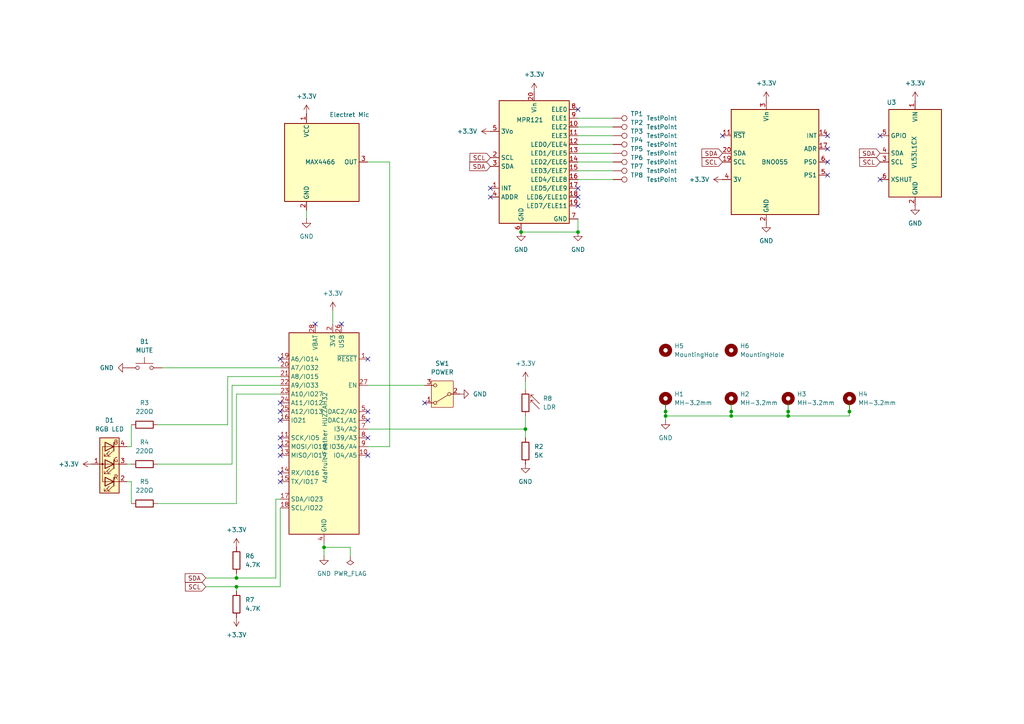
<source format=kicad_sch>
(kicad_sch (version 20231120) (generator "eeschema") (generator_version "8.0")
  (paper "A4")
  (title_block (date "2025-02-05"))
  (lib_symbols
    (symbol "Connector:TestPoint" (pin_numbers hide) (pin_names (offset 0.762) hide)
      (property "Reference" "TP" (at 0 6.858 0))
      (property "Value" "TestPoint" (at 0 5.08 0))
      (symbol "TestPoint_0_1"
        (circle (center 0 3.302) (radius 0.762))
      )
      (symbol "TestPoint_1_1"
        (pin passive line (at 0 0 90) (length 2.54) (name "1") (number "1"))
      )
    )
    (symbol "Device:LED_ARGB" (pin_names (offset 0) hide)
      (property "Reference" "D" (at 0 9.398 0))
      (property "Value" "LED_ARGB" (at 0 -8.89 0))
      (symbol "LED_ARGB_0_0"
        (text "B" (at -1.905 -6.35 0) (effects (font (size 1.27 1.27))))
        (text "G" (at -1.905 -1.27 0) (effects (font (size 1.27 1.27))))
        (text "R" (at -1.905 3.81 0) (effects (font (size 1.27 1.27))))
      )
      (symbol "LED_ARGB_0_1"
        (polyline (pts (xy -1.27 -5.08) (xy -2.54 -5.08)))
        (polyline (pts (xy -1.27 -5.08) (xy 1.27 -5.08)))
        (polyline (pts (xy -1.27 -3.81) (xy -1.27 -6.35)) (stroke (width 0.254)))
        (polyline (pts (xy -1.27 0) (xy -2.54 0)))
        (polyline (pts (xy -1.27 1.27) (xy -1.27 -1.27)) (stroke (width 0.254)))
        (polyline (pts (xy -1.27 5.08) (xy -2.54 5.08)))
        (polyline (pts (xy -1.27 5.08) (xy 1.27 5.08)))
        (polyline (pts (xy -1.27 6.35) (xy -1.27 3.81)) (stroke (width 0.254)))
        (polyline (pts (xy 1.27 0) (xy -1.27 0)))
        (polyline (pts (xy 1.27 0) (xy 2.54 0)))
        (polyline (pts (xy -1.27 1.27) (xy -1.27 -1.27) (xy -1.27 -1.27)))
        (polyline (pts (xy -1.27 6.35) (xy -1.27 3.81) (xy -1.27 3.81)))
        (polyline (pts (xy 1.27 -5.08) (xy 2.032 -5.08) (xy 2.032 5.08) (xy 1.27 5.08)))
        (polyline (pts (xy 1.27 -3.81) (xy 1.27 -6.35) (xy -1.27 -5.08) (xy 1.27 -3.81)) (stroke (width 0.254)))
        (polyline (pts (xy 1.27 1.27) (xy 1.27 -1.27) (xy -1.27 0) (xy 1.27 1.27)) (stroke (width 0.254)))
        (polyline (pts (xy 1.27 6.35) (xy 1.27 3.81) (xy -1.27 5.08) (xy 1.27 6.35)) (stroke (width 0.254)))
        (polyline (pts (xy -1.016 -3.81) (xy 0.508 -2.286) (xy -0.254 -2.286) (xy 0.508 -2.286) (xy 0.508 -3.048)))
        (polyline (pts (xy -1.016 1.27) (xy 0.508 2.794) (xy -0.254 2.794) (xy 0.508 2.794) (xy 0.508 2.032)))
        (polyline (pts (xy -1.016 6.35) (xy 0.508 7.874) (xy -0.254 7.874) (xy 0.508 7.874) (xy 0.508 7.112)))
        (polyline (pts (xy 0 -3.81) (xy 1.524 -2.286) (xy 0.762 -2.286) (xy 1.524 -2.286) (xy 1.524 -3.048)))
        (polyline (pts (xy 0 1.27) (xy 1.524 2.794) (xy 0.762 2.794) (xy 1.524 2.794) (xy 1.524 2.032)))
        (polyline (pts (xy 0 6.35) (xy 1.524 7.874) (xy 0.762 7.874) (xy 1.524 7.874) (xy 1.524 7.112)))
        (rectangle (start 1.27 -1.27) (end 1.27 1.27))
        (rectangle (start 1.27 1.27) (end 1.27 1.27))
        (rectangle (start 1.27 3.81) (end 1.27 6.35))
        (rectangle (start 1.27 6.35) (end 1.27 6.35))
        (circle (center 2.032 0) (radius 0.254) (fill (type outline)))
        (rectangle (start 2.794 8.382) (end -2.794 -7.62) (stroke (width 0.254)) (fill (type background)))
      )
      (symbol "LED_ARGB_1_1"
        (pin passive line (at 5.08 0 180) (length 2.54) (name "A") (number "1"))
        (pin passive line (at -5.08 5.08 0) (length 2.54) (name "RK") (number "2"))
        (pin passive line (at -5.08 0 0) (length 2.54) (name "GK") (number "3"))
        (pin passive line (at -5.08 -5.08 0) (length 2.54) (name "BK") (number "4"))
      )
    )
    (symbol "Device:R" (pin_numbers hide) (pin_names (offset 0))
      (property "Reference" "R" (at 2.032 0 90))
      (property "Value" "R" (at 0 0 90))
      (symbol "R_0_1"
        (rectangle (start -1.016 -2.54) (end 1.016 2.54) (stroke (width 0.254)))
      )
      (symbol "R_1_1"
        (pin passive line (at 0 3.81 270) (length 1.27) (name "~") (number "1"))
        (pin passive line (at 0 -3.81 90) (length 1.27) (name "~") (number "2"))
      )
    )
    (symbol "MCU_Module:Adafruit_Feather_HUZZAH32_ESP32"
      (property "Reference" "A" (at -10.16 29.21 0))
      (property "Value" "Adafruit_Feather_HUZZAH32_ESP32" (at 2.54 -31.75 0))
      (symbol "Adafruit_Feather_HUZZAH32_ESP32_0_1"
        (rectangle (start -10.16 27.94) (end 10.16 -30.48) (stroke (width 0.254)) (fill (type background)))
      )
      (symbol "Adafruit_Feather_HUZZAH32_ESP32_1_1"
        (pin input line (at 12.7 20.32 180) (length 2.54) (name "~{RESET}") (number "1"))
        (pin bidirectional line (at 12.7 -7.62 180) (length 2.54) (name "IO4/A5") (number "10"))
        (pin bidirectional line (at -12.7 -2.54 0) (length 2.54) (name "SCK/IO5") (number "11"))
        (pin bidirectional line (at -12.7 -5.08 0) (length 2.54) (name "MOSI/IO18") (number "12"))
        (pin bidirectional line (at -12.7 -7.62 0) (length 2.54) (name "MISO/IO19") (number "13"))
        (pin bidirectional line (at -12.7 -12.7 0) (length 2.54) (name "RX/IO16") (number "14"))
        (pin bidirectional line (at -12.7 -15.24 0) (length 2.54) (name "TX/IO17") (number "15"))
        (pin bidirectional line (at -12.7 2.54 0) (length 2.54) (name "IO21") (number "16"))
        (pin bidirectional line (at -12.7 -20.32 0) (length 2.54) (name "SDA/IO23") (number "17"))
        (pin bidirectional line (at -12.7 -22.86 0) (length 2.54) (name "SCL/IO22") (number "18"))
        (pin bidirectional line (at -12.7 20.32 0) (length 2.54) (name "A6/IO14") (number "19"))
        (pin power_in line (at 2.54 30.48 270) (length 2.54) (name "3V3") (number "2"))
        (pin bidirectional line (at -12.7 17.78 0) (length 2.54) (name "A7/IO32") (number "20"))
        (pin bidirectional line (at -12.7 15.24 0) (length 2.54) (name "A8/IO15") (number "21"))
        (pin bidirectional line (at -12.7 12.7 0) (length 2.54) (name "A9/IO33") (number "22"))
        (pin bidirectional line (at -12.7 10.16 0) (length 2.54) (name "A10/IO27") (number "23"))
        (pin bidirectional line (at -12.7 7.62 0) (length 2.54) (name "A11/IO12") (number "24"))
        (pin bidirectional line (at -12.7 5.08 0) (length 2.54) (name "A12/IO13") (number "25"))
        (pin power_in line (at 5.08 30.48 270) (length 2.54) (name "USB") (number "26"))
        (pin input line (at 12.7 12.7 180) (length 2.54) (name "EN") (number "27"))
        (pin power_in line (at -2.54 30.48 270) (length 2.54) (name "VBAT") (number "28"))
        (pin no_connect line (at 10.16 10.16 180) (length 2.54) hide (name "NC") (number "3"))
        (pin power_in line (at 0 -33.02 90) (length 2.54) (name "GND") (number "4"))
        (pin bidirectional line (at 12.7 5.08 180) (length 2.54) (name "DAC2/A0") (number "5"))
        (pin bidirectional line (at 12.7 2.54 180) (length 2.54) (name "DAC1/A1") (number "6"))
        (pin bidirectional line (at 12.7 0 180) (length 2.54) (name "I34/A2") (number "7"))
        (pin bidirectional line (at 12.7 -2.54 180) (length 2.54) (name "I39/A3") (number "8"))
        (pin bidirectional line (at 12.7 -5.08 180) (length 2.54) (name "IO36/A4") (number "9"))
      )
    )
    (symbol "Mechanical:MountingHole" (pin_names (offset 1.016)) (exclude_from_sim yes) (in_bom no)
      (property "Reference" "H" (at 0 5.08 0))
      (property "Value" "MountingHole" (at 0 3.175 0))
      (symbol "MountingHole_0_1"
        (circle (center 0 0) (radius 1.27) (stroke (width 1.27)))
      )
    )
    (symbol "Mechanical:MountingHole_Pad" (pin_numbers hide) (pin_names (offset 1.016) hide) (exclude_from_sim yes) (in_bom no)
      (property "Reference" "H" (at 0 6.35 0))
      (property "Value" "MountingHole_Pad" (at 0 4.445 0))
      (symbol "MountingHole_Pad_0_1"
        (circle (center 0 1.27) (radius 1.27) (stroke (width 1.27)))
      )
      (symbol "MountingHole_Pad_1_1"
        (pin input line (at 0 -2.54 90) (length 2.54) (name "1") (number "1"))
      )
    )
    (symbol "Sensor_Optical:VT93xx" (pin_numbers hide) (pin_names (offset 0))
      (property "Reference" "R" (at -5.08 0 90))
      (property "Value" "VT93xx" (at 1.905 0 90))
      (symbol "VT93xx_0_1"
        (rectangle (start -1.016 2.54) (end 1.016 -2.54) (stroke (width 0.254)))
        (polyline (pts (xy -1.524 -2.286) (xy -4.064 0.254)))
        (polyline (pts (xy -1.524 -2.286) (xy -2.286 -2.286)))
        (polyline (pts (xy -1.524 -2.286) (xy -1.524 -1.524)))
        (polyline (pts (xy -1.524 -0.762) (xy -4.064 1.778)))
        (polyline (pts (xy -1.524 -0.762) (xy -2.286 -0.762)))
        (polyline (pts (xy -1.524 -0.762) (xy -1.524 0)))
      )
      (symbol "VT93xx_1_1"
        (pin passive line (at 0 3.81 270) (length 1.27) (name "~") (number "1"))
        (pin passive line (at 0 -3.81 90) (length 1.27) (name "~") (number "2"))
      )
    )
    (symbol "Switch:SW_Push" (pin_numbers hide) (pin_names (offset 1.016) hide)
      (property "Reference" "SW" (at 1.27 2.54 0))
      (property "Value" "SW_Push" (at 0 -1.524 0))
      (symbol "SW_Push_0_1"
        (circle (center -2.032 0) (radius 0.508))
        (polyline (pts (xy 0 1.27) (xy 0 3.048)))
        (polyline (pts (xy 2.54 1.27) (xy -2.54 1.27)))
        (circle (center 2.032 0) (radius 0.508))
        (pin passive line (at -5.08 0 0) (length 2.54) (name "1") (number "1"))
        (pin passive line (at 5.08 0 180) (length 2.54) (name "2") (number "2"))
      )
    )
    (symbol "Switch:SW_SPDT" (pin_names (offset 0) hide)
      (property "Reference" "SW" (at 0 5.08 0))
      (property "Value" "SW_SPDT" (at 0 -5.08 0))
      (symbol "SW_SPDT_0_1"
        (circle (center -2.032 0) (radius 0.4572))
        (polyline (pts (xy -1.651 0.254) (xy 1.651 2.286)))
        (circle (center 2.032 -2.54) (radius 0.4572))
        (circle (center 2.032 2.54) (radius 0.4572))
      )
      (symbol "SW_SPDT_1_1"
        (rectangle (start -3.175 3.81) (end 3.175 -3.81) (fill (type background)))
        (pin passive line (at 5.08 2.54 180) (length 2.54) (name "A") (number "1"))
        (pin passive line (at -5.08 0 0) (length 2.54) (name "B") (number "2"))
        (pin passive line (at 5.08 -2.54 180) (length 2.54) (name "C") (number "3"))
      )
    )
    (symbol "board_symbols:BNO055"
      (property "Reference" "U" (at -11.43 16.51 0))
      (property "Value" "BNO055" (at 3.81 0 0))
      (symbol "BNO055_0_1"
        (rectangle (start -12.7 15.24) (end 12.7 -15.24) (stroke (width 0.254)) (fill (type background)))
      )
      (symbol "BNO055_1_1"
        (pin input line (at -15.24 7.62 0) (length 2.54) (name "~{RST}") (number "11"))
        (pin output line (at 15.24 7.62 180) (length 2.54) (name "INT") (number "14"))
        (pin output line (at 15.24 3.81 180) (length 2.54) (name "ADR") (number "17"))
        (pin output line (at -15.24 0 0) (length 2.54) (name "SCL") (number "19"))
        (pin power_in line (at -2.54 -17.78 90) (length 2.54) (name "GND") (number "2"))
        (pin output line (at -15.24 2.54 0) (length 2.54) (name "SDA") (number "20"))
        (pin power_in line (at -2.54 17.78 270) (length 2.54) (name "Vin") (number "3"))
        (pin output line (at -15.24 -5.08 0) (length 2.54) (name "3V") (number "4"))
        (pin output line (at 15.24 -3.81 180) (length 2.54) (name "PS1") (number "5"))
        (pin output line (at 15.24 0 180) (length 2.54) (name "PS0") (number "6"))
      )
    )
    (symbol "board_symbols:MAX4466"
      (property "Reference" "MAX4466" (at 2.032 0 0))
      (property "Value" "Electret Mic" (at 11.938 13.716 0))
      (symbol "MAX4466_0_1"
        (rectangle (start -12.7 11.176) (end 8.89 -11.43) (stroke (width 0.254)) (fill (type background)))
      )
      (symbol "MAX4466_1_1"
        (pin power_in line (at -6.35 13.97 270) (length 2.54) (name "VCC") (number "1"))
        (pin power_in line (at -6.35 -13.97 90) (length 2.54) (name "GND") (number "2"))
        (pin bidirectional line (at 11.43 0 180) (length 2.54) (name "OUT") (number "3"))
      )
    )
    (symbol "board_symbols:MPR121"
      (property "Reference" "U" (at -10.16 19.05 0))
      (property "Value" "MPR121" (at -1.27 12.192 0))
      (symbol "MPR121_0_1"
        (rectangle (start -10.16 17.78) (end 10.16 -17.78) (stroke (width 0.254)) (fill (type background)))
      )
      (symbol "MPR121_1_1"
        (pin open_collector line (at -12.7 -7.62 0) (length 2.54) (name "INT") (number "1"))
        (pin passive line (at 12.7 10.16 180) (length 2.54) (name "ELE2") (number "10"))
        (pin passive line (at 12.7 7.62 180) (length 2.54) (name "ELE3") (number "11"))
        (pin passive line (at 12.7 5.08 180) (length 2.54) (name "LED0/ELE4") (number "12"))
        (pin passive line (at 12.7 2.54 180) (length 2.54) (name "LED1/ELE5") (number "13"))
        (pin passive line (at 12.7 0 180) (length 2.54) (name "LED2/ELE6") (number "14"))
        (pin passive line (at 12.7 -2.54 180) (length 2.54) (name "LED3/ELE7") (number "15"))
        (pin passive line (at 12.7 -5.08 180) (length 2.54) (name "LED4/ELE8") (number "16"))
        (pin passive line (at 12.7 -7.62 180) (length 2.54) (name "LED5/ELE9") (number "17"))
        (pin passive line (at 12.7 -10.16 180) (length 2.54) (name "LED6/ELE10") (number "18"))
        (pin passive line (at 12.7 -12.7 180) (length 2.54) (name "LED7/ELE11") (number "19"))
        (pin input line (at -12.7 1.27 0) (length 2.54) (name "SCL") (number "2"))
        (pin power_in line (at 0 20.32 270) (length 2.54) (name "Vin") (number "20"))
        (pin bidirectional line (at -12.7 -1.27 0) (length 2.54) (name "SDA") (number "3"))
        (pin input line (at -12.7 -10.16 0) (length 2.54) (name "ADDR") (number "4"))
        (pin passive line (at -12.7 8.89 0) (length 2.54) (name "3Vo") (number "5"))
        (pin power_in line (at -3.81 -20.32 90) (length 2.54) (name "GND") (number "6"))
        (pin power_in line (at 12.7 -16.51 180) (length 2.54) (name "GND") (number "7"))
        (pin passive line (at 12.7 15.24 180) (length 2.54) (name "ELE0") (number "8"))
        (pin passive line (at 12.7 12.7 180) (length 2.54) (name "ELE1") (number "9"))
      )
    )
    (symbol "board_symbols:VL53L1CX"
      (property "Reference" "U" (at -6.858 14.732 0))
      (property "Value" "VL53L1CX" (at -0.254 0.254 90))
      (symbol "VL53L1CX_0_1"
        (rectangle (start -7.62 12.7) (end 7.62 -12.7) (stroke (width 0.254)) (fill (type background)))
      )
      (symbol "VL53L1CX_1_1"
        (pin power_in line (at 0 15.24 270) (length 2.54) (name "VIN") (number "1"))
        (pin power_in line (at 0 -15.24 90) (length 2.54) (name "GND") (number "2"))
        (pin input line (at -10.16 -2.54 0) (length 2.54) (name "SCL") (number "3"))
        (pin bidirectional line (at -10.16 0 0) (length 2.54) (name "SDA") (number "4"))
        (pin open_collector line (at -10.16 5.08 0) (length 2.54) (name "GPIO") (number "5"))
        (pin input line (at -10.16 -7.62 0) (length 2.54) (name "XSHUT") (number "6"))
      )
    )
    (symbol "power:+3.3V" (power) (pin_numbers hide) (pin_names (offset 0) hide)
      (property "Value" "+3.3V" (at 0 3.556 0))
      (symbol "+3.3V_0_1"
        (polyline (pts (xy -0.762 1.27) (xy 0 2.54)))
        (polyline (pts (xy 0 0) (xy 0 2.54)))
        (polyline (pts (xy 0 2.54) (xy 0.762 1.27)))
      )
      (symbol "+3.3V_1_1"
        (pin power_in line (at 0 0 90) (length 0) (name "~") (number "1"))
      )
    )
    (symbol "power:GND" (power) (pin_numbers hide) (pin_names (offset 0) hide)
      (property "Value" "GND" (at 0 -3.81 0))
      (symbol "GND_0_1"
        (polyline (pts (xy 0 0) (xy 0 -1.27) (xy 1.27 -1.27) (xy 0 -2.54) (xy -1.27 -1.27) (xy 0 -1.27)))
      )
      (symbol "GND_1_1"
        (pin power_in line (at 0 0 270) (length 0) (name "~") (number "1"))
      )
    )
    (symbol "power:PWR_FLAG" (power) (pin_numbers hide) (pin_names (offset 0) hide)
      (property "Value" "PWR_FLAG" (at 0 3.81 0))
      (symbol "PWR_FLAG_0_0"
        (pin power_out line (at 0 0 90) (length 0) (name "~") (number "1"))
      )
      (symbol "PWR_FLAG_0_1"
        (polyline (pts (xy 0 0) (xy 0 1.27) (xy -1.016 1.905) (xy 0 2.54) (xy 1.016 1.905) (xy 0 1.27)))
      )
    )
  )
  (junction (at 212.09 119.38))
  (junction (at 68.58 170.18))
  (junction (at 152.4 124.46))
  (junction (at 212.09 120.65))
  (junction (at 193.04 119.38))
  (junction (at 167.64 67.31))
  (junction (at 151.13 67.31))
  (junction (at 228.6 119.38))
  (junction (at 93.98 158.75))
  (junction (at 68.58 167.64))
  (junction (at 193.04 120.65))
  (junction (at 246.38 119.38))
  (junction (at 228.6 120.65))
  (no_connect (at 106.68 121.92))
  (no_connect (at 106.68 127))
  (no_connect (at 106.68 104.14))
  (no_connect (at 167.64 59.69))
  (no_connect (at 123.19 116.84))
  (no_connect (at 99.06 93.98))
  (no_connect (at 255.27 52.07))
  (no_connect (at 240.03 50.8))
  (no_connect (at 81.28 129.54))
  (no_connect (at 240.03 46.99))
  (no_connect (at 167.64 54.61))
  (no_connect (at 81.28 104.14))
  (no_connect (at 81.28 132.08))
  (no_connect (at 91.44 93.98))
  (no_connect (at 81.28 127))
  (no_connect (at 167.64 31.75))
  (no_connect (at 240.03 39.37))
  (no_connect (at 106.68 119.38))
  (no_connect (at 81.28 119.38))
  (no_connect (at 209.55 39.37))
  (no_connect (at 142.24 54.61))
  (no_connect (at 106.68 132.08))
  (no_connect (at 81.28 137.16))
  (no_connect (at 240.03 43.18))
  (no_connect (at 81.28 116.84))
  (no_connect (at 81.28 139.7))
  (no_connect (at 255.27 39.37))
  (no_connect (at 142.24 57.15))
  (no_connect (at 81.28 121.92))
  (no_connect (at 167.64 57.15))
  (wire (pts (xy 93.98 157.48) (xy 93.98 158.75)))
  (wire (pts (xy 212.09 116.84) (xy 212.09 119.38)))
  (wire (pts (xy 106.68 46.99) (xy 113.03 46.99)))
  (wire (pts (xy 96.52 90.17) (xy 96.52 93.98)))
  (wire (pts (xy 36.83 129.54) (xy 38.1 129.54)))
  (wire (pts (xy 228.6 116.84) (xy 228.6 119.38)))
  (wire (pts (xy 66.04 109.22) (xy 81.28 109.22)))
  (wire (pts (xy 228.6 119.38) (xy 228.6 120.65)))
  (wire (pts (xy 80.01 144.78) (xy 81.28 144.78)))
  (wire (pts (xy 246.38 119.38) (xy 246.38 120.65)))
  (wire (pts (xy 36.83 134.62) (xy 38.1 134.62)))
  (wire (pts (xy 81.28 170.18) (xy 81.28 147.32)))
  (wire (pts (xy 167.64 34.29) (xy 177.8 34.29)))
  (wire (pts (xy 68.58 146.05) (xy 68.58 114.3)))
  (wire (pts (xy 68.58 171.45) (xy 68.58 170.18)))
  (wire (pts (xy 167.64 67.31) (xy 167.64 63.5)))
  (wire (pts (xy 38.1 123.19) (xy 38.1 129.54)))
  (wire (pts (xy 193.04 120.65) (xy 193.04 121.92)))
  (wire (pts (xy 193.04 120.65) (xy 212.09 120.65)))
  (wire (pts (xy 106.68 111.76) (xy 123.19 111.76)))
  (wire (pts (xy 228.6 120.65) (xy 246.38 120.65)))
  (wire (pts (xy 152.4 110.49) (xy 152.4 113.03)))
  (wire (pts (xy 81.28 106.68) (xy 46.99 106.68)))
  (wire (pts (xy 101.6 161.29) (xy 101.6 158.75)))
  (wire (pts (xy 68.58 167.64) (xy 80.01 167.64)))
  (wire (pts (xy 67.31 111.76) (xy 81.28 111.76)))
  (wire (pts (xy 66.04 123.19) (xy 66.04 109.22)))
  (wire (pts (xy 68.58 166.37) (xy 68.58 167.64)))
  (wire (pts (xy 80.01 167.64) (xy 80.01 144.78)))
  (wire (pts (xy 59.69 170.18) (xy 68.58 170.18)))
  (wire (pts (xy 167.64 52.07) (xy 177.8 52.07)))
  (wire (pts (xy 106.68 124.46) (xy 152.4 124.46)))
  (wire (pts (xy 38.1 139.7) (xy 36.83 139.7)))
  (wire (pts (xy 68.58 114.3) (xy 81.28 114.3)))
  (wire (pts (xy 246.38 116.84) (xy 246.38 119.38)))
  (wire (pts (xy 212.09 120.65) (xy 228.6 120.65)))
  (wire (pts (xy 38.1 139.7) (xy 38.1 146.05)))
  (wire (pts (xy 59.69 167.64) (xy 68.58 167.64)))
  (wire (pts (xy 193.04 119.38) (xy 193.04 120.65)))
  (wire (pts (xy 68.58 170.18) (xy 81.28 170.18)))
  (wire (pts (xy 45.72 146.05) (xy 68.58 146.05)))
  (wire (pts (xy 167.64 46.99) (xy 177.8 46.99)))
  (wire (pts (xy 193.04 116.84) (xy 193.04 119.38)))
  (wire (pts (xy 45.72 134.62) (xy 67.31 134.62)))
  (wire (pts (xy 88.9 60.96) (xy 88.9 63.5)))
  (wire (pts (xy 106.68 129.54) (xy 113.03 129.54)))
  (wire (pts (xy 93.98 158.75) (xy 101.6 158.75)))
  (wire (pts (xy 113.03 46.99) (xy 113.03 129.54)))
  (wire (pts (xy 152.4 124.46) (xy 152.4 127)))
  (wire (pts (xy 67.31 134.62) (xy 67.31 111.76)))
  (wire (pts (xy 212.09 119.38) (xy 212.09 120.65)))
  (wire (pts (xy 45.72 123.19) (xy 66.04 123.19)))
  (wire (pts (xy 167.64 44.45) (xy 177.8 44.45)))
  (wire (pts (xy 93.98 158.75) (xy 93.98 161.29)))
  (wire (pts (xy 167.64 36.83) (xy 177.8 36.83)))
  (wire (pts (xy 151.13 67.31) (xy 167.64 67.31)))
  (wire (pts (xy 152.4 120.65) (xy 152.4 124.46)))
  (wire (pts (xy 167.64 41.91) (xy 177.8 41.91)))
  (wire (pts (xy 167.64 49.53) (xy 177.8 49.53)))
  (wire (pts (xy 167.64 39.37) (xy 177.8 39.37)))
  (global_label "SCL" (shape input) (at 142.24 45.72 180) (property "Intersheetrefs" "${INTERSHEET_REFS}" (effects (hide yes))))
  (global_label "SDA" (shape input) (at 209.55 44.45 180) (property "Intersheetrefs" "${INTERSHEET_REFS}" (effects (hide yes))))
  (global_label "SCL" (shape input) (at 59.69 170.18 180) (property "Intersheetrefs" "${INTERSHEET_REFS}" (effects (hide yes))))
  (global_label "SCL" (shape input) (at 209.55 46.99 180) (property "Intersheetrefs" "${INTERSHEET_REFS}" (effects (hide yes))))
  (global_label "SDA" (shape input) (at 59.69 167.64 180) (property "Intersheetrefs" "${INTERSHEET_REFS}" (effects (hide yes))))
  (global_label "SDA" (shape input) (at 142.24 48.26 180) (property "Intersheetrefs" "${INTERSHEET_REFS}" (effects (hide yes))))
  (global_label "SCL" (shape input) (at 255.27 46.99 180) (property "Intersheetrefs" "${INTERSHEET_REFS}" (effects (hide yes))))
  (global_label "SDA" (shape input) (at 255.27 44.45 180) (property "Intersheetrefs" "${INTERSHEET_REFS}" (effects (hide yes))))
  (symbol (lib_id "power:+3.3V") (at 154.94 26.67 0) (unit 1)
    (property "Reference" "#PWR019" (effects (hide yes)))
    (property "Value" "+3.3V" (at 154.94 21.59 0))
    (property "Description" "Power symbol creates a global label with name \"+3.3V\"" (effects (hide yes)))
  )
  (symbol (lib_id "power:GND") (at 222.25 64.77 0) (unit 1)
    (property "Reference" "#PWR05" (effects (hide yes)))
    (property "Value" "GND" (at 222.25 69.85 0))
    (property "Description" "Power symbol creates a global label with name \"GND\" , ground" (effects (hide yes)))
  )
  (symbol (lib_id "power:+3.3V") (at 152.4 110.49 0) (unit 1)
    (property "Reference" "#PWR01" (effects (hide yes)))
    (property "Value" "+3.3V" (at 152.4 105.41 0))
    (property "Description" "Power symbol creates a global label with name \"+3.3V\"" (effects (hide yes)))
  )
  (symbol (lib_id "power:GND") (at 167.64 67.31 0) (unit 1)
    (property "Reference" "#PWR04" (effects (hide yes)))
    (property "Value" "GND" (at 165.608 72.39 0) (effects (justify left)))
    (property "Description" "Power symbol creates a global label with name \"GND\" , ground" (effects (hide yes)))
  )
  (symbol (lib_id "Device:R") (at 41.91 134.62 90) (unit 1)
    (property "Reference" "R4" (at 41.91 128.27 90))
    (property "Value" "220Ω" (at 41.91 130.81 90))
    (property "Footprint" "Resistor_THT:R_Axial_DIN0207_L6.3mm_D2.5mm_P7.62mm_Horizontal" (effects (hide yes)))
    (property "Description" "Resistor" (effects (hide yes)))
  )
  (symbol (lib_id "Mechanical:MountingHole_Pad") (at 193.04 116.84 0) (unit 1) (exclude_from_sim yes) (in_bom no)
    (property "Reference" "H1" (at 195.58 114.2999 0) (effects (justify left)))
    (property "Value" "MH-3.2mm" (at 195.58 116.8399 0) (effects (justify left)))
    (property "Footprint" "MountingHole:MountingHole_3.2mm_M3" (effects (hide yes)))
    (property "Description" "Mounting Hole with connection" (effects (hide yes)))
  )
  (symbol (lib_id "power:+3.3V") (at 68.58 179.07 180) (unit 1)
    (property "Reference" "#PWR015" (effects (hide yes)))
    (property "Value" "+3.3V" (at 68.58 184.15 0))
    (property "Description" "Power symbol creates a global label with name \"+3.3V\"" (effects (hide yes)))
  )
  (symbol (lib_id "Connector:TestPoint") (at 177.8 41.91 270) (unit 1)
    (property "Reference" "TP4" (at 182.88 40.6399 90) (effects (justify left)))
    (property "Value" "TestPoint" (at 187.452 41.91 90) (effects (justify left)))
    (property "Footprint" "TestPoint:TestPoint_Pad_D4.0mm" (effects (hide yes)))
    (property "Description" "test point" (effects (hide yes)))
  )
  (symbol (lib_id "power:+3.3V") (at 265.43 29.21 0) (unit 1)
    (property "Reference" "#PWR018" (effects (hide yes)))
    (property "Value" "+3.3V" (at 265.43 24.13 0))
    (property "Description" "Power symbol creates a global label with name \"+3.3V\"" (effects (hide yes)))
  )
  (symbol (lib_id "Mechanical:MountingHole") (at 212.09 101.6 0) (unit 1) (exclude_from_sim yes) (in_bom no)
    (property "Reference" "H6" (at 214.63 100.3299 0) (effects (justify left)))
    (property "Value" "MountingHole" (at 214.63 102.8699 0) (effects (justify left)))
    (property "Footprint" "MountingHole:MountingHole_4mm" (effects (hide yes)))
    (property "Description" "Mounting Hole without connection" (effects (hide yes)))
  )
  (symbol (lib_id "Connector:TestPoint") (at 177.8 52.07 270) (unit 1)
    (property "Reference" "TP8" (at 182.88 50.7999 90) (effects (justify left)))
    (property "Value" "TestPoint" (at 187.452 52.07 90) (effects (justify left)))
    (property "Footprint" "TestPoint:TestPoint_Pad_D4.0mm" (effects (hide yes)))
    (property "Description" "test point" (effects (hide yes)))
  )
  (symbol (lib_id "Connector:TestPoint") (at 177.8 49.53 270) (unit 1)
    (property "Reference" "TP7" (at 182.88 48.2599 90) (effects (justify left)))
    (property "Value" "TestPoint" (at 187.452 49.53 90) (effects (justify left)))
    (property "Footprint" "TestPoint:TestPoint_Pad_D4.0mm" (effects (hide yes)))
    (property "Description" "test point" (effects (hide yes)))
  )
  (symbol (lib_id "power:GND") (at 88.9 63.5 0) (unit 1)
    (property "Reference" "#PWR02" (effects (hide yes)))
    (property "Value" "GND" (at 88.9 68.58 0))
    (property "Description" "Power symbol creates a global label with name \"GND\" , ground" (effects (hide yes)))
  )
  (symbol (lib_id "power:+3.3V") (at 88.9 33.02 0) (unit 1)
    (property "Reference" "#PWR013" (effects (hide yes)))
    (property "Value" "+3.3V" (at 88.9 27.94 0))
    (property "Description" "Power symbol creates a global label with name \"+3.3V\"" (effects (hide yes)))
  )
  (symbol (lib_id "board_symbols:MAX4466") (at 95.25 46.99 0) (unit 1)
    (property "Reference" "MAX4466" (at 97.282 46.99 0) (effects (justify right)))
    (property "Value" "Electret Mic" (at 107.188 33.274 0) (effects (justify right)))
    (property "Footprint" "Library:MAX4466" (effects (hide yes)))
    (property "Datasheet" "https://www.bosch-sensortec.com/media/boschsensortec/downloads/datasheets/bst-bno055-ds000.pdf" (effects (hide yes)))
    (property "Description" "Intelligent 9-axis absolute orientation sensor, LGA-28" (effects (hide yes)))
  )
  (symbol (lib_id "power:+3.3V") (at 68.58 158.75 0) (unit 1)
    (property "Reference" "#PWR014" (effects (hide yes)))
    (property "Value" "+3.3V" (at 68.58 153.67 0))
    (property "Description" "Power symbol creates a global label with name \"+3.3V\"" (effects (hide yes)))
  )
  (symbol (lib_id "Connector:TestPoint") (at 177.8 36.83 270) (unit 1)
    (property "Reference" "TP2" (at 182.88 35.5599 90) (effects (justify left)))
    (property "Value" "TestPoint" (at 187.452 36.83 90) (effects (justify left)))
    (property "Footprint" "TestPoint:TestPoint_Pad_D4.0mm" (effects (hide yes)))
    (property "Description" "test point" (effects (hide yes)))
  )
  (symbol (lib_id "Device:R") (at 41.91 146.05 90) (unit 1)
    (property "Reference" "R5" (at 41.91 139.7 90))
    (property "Value" "220Ω" (at 41.91 142.24 90))
    (property "Footprint" "Resistor_THT:R_Axial_DIN0207_L6.3mm_D2.5mm_P7.62mm_Horizontal" (effects (hide yes)))
    (property "Description" "Resistor" (effects (hide yes)))
  )
  (symbol (lib_id "Connector:TestPoint") (at 177.8 46.99 270) (unit 1)
    (property "Reference" "TP6" (at 182.88 45.7199 90) (effects (justify left)))
    (property "Value" "TestPoint" (at 187.452 46.99 90) (effects (justify left)))
    (property "Footprint" "TestPoint:TestPoint_Pad_D4.0mm" (effects (hide yes)))
    (property "Description" "test point" (effects (hide yes)))
  )
  (symbol (lib_id "board_symbols:BNO055") (at 224.79 46.99 0) (unit 1)
    (property "Reference" "U2" (effects (hide yes)))
    (property "Value" "BNO055" (at 228.6 46.99 0) (effects (justify right)))
    (property "Footprint" "Library:BNO055" (effects (hide yes)))
    (property "Datasheet" "https://www.bosch-sensortec.com/media/boschsensortec/downloads/datasheets/bst-bno055-ds000.pdf" (effects (hide yes)))
    (property "Description" "Intelligent 9-axis absolute orientation sensor, LGA-28" (effects (hide yes)))
  )
  (symbol (lib_id "power:GND") (at 193.04 121.92 0) (unit 1)
    (property "Reference" "#PWR021" (effects (hide yes)))
    (property "Value" "GND" (at 193.04 127 0))
    (property "Description" "Power symbol creates a global label with name \"GND\" , ground" (effects (hide yes)))
  )
  (symbol (lib_id "power:+3.3V") (at 142.24 38.1 90) (unit 1)
    (property "Reference" "#PWR016" (effects (hide yes)))
    (property "Value" "+3.3V" (at 138.43 38.0999 90) (effects (justify left)))
    (property "Description" "Power symbol creates a global label with name \"+3.3V\"" (effects (hide yes)))
  )
  (symbol (lib_id "Switch:SW_Push") (at 41.91 106.68 0) (unit 1)
    (property "Reference" "B1" (at 41.91 99.06 0))
    (property "Value" "MUTE" (at 41.91 101.6 0))
    (property "Footprint" "Button_Switch_THT:SW_PUSH_6mm" (effects (hide yes)))
    (property "Description" "Push button switch, generic, two pins" (effects (hide yes)))
  )
  (symbol (lib_id "Mechanical:MountingHole_Pad") (at 246.38 116.84 0) (unit 1) (exclude_from_sim yes) (in_bom no)
    (property "Reference" "H4" (at 248.92 114.2999 0) (effects (justify left)))
    (property "Value" "MH-3.2mm" (at 248.92 116.8399 0) (effects (justify left)))
    (property "Footprint" "MountingHole:MountingHole_3.2mm_M3" (effects (hide yes)))
    (property "Description" "Mounting Hole with connection" (effects (hide yes)))
  )
  (symbol (lib_id "power:GND") (at 36.83 106.68 270) (unit 1)
    (property "Reference" "#PWR07" (effects (hide yes)))
    (property "Value" "GND" (at 33.02 106.6799 90) (effects (justify right)))
    (property "Description" "Power symbol creates a global label with name \"GND\" , ground" (effects (hide yes)))
  )
  (symbol (lib_id "Connector:TestPoint") (at 177.8 44.45 270) (unit 1)
    (property "Reference" "TP5" (at 182.88 43.1799 90) (effects (justify left)))
    (property "Value" "TestPoint" (at 187.452 44.45 90) (effects (justify left)))
    (property "Footprint" "TestPoint:TestPoint_Pad_D4.0mm" (effects (hide yes)))
    (property "Description" "test point" (effects (hide yes)))
  )
  (symbol (lib_id "power:+3.3V") (at 222.25 29.21 0) (unit 1)
    (property "Reference" "#PWR020" (effects (hide yes)))
    (property "Value" "+3.3V" (at 222.25 24.13 0))
    (property "Description" "Power symbol creates a global label with name \"+3.3V\"" (effects (hide yes)))
  )
  (symbol (lib_id "power:GND") (at 151.13 67.31 0) (unit 1)
    (property "Reference" "#PWR03" (effects (hide yes)))
    (property "Value" "GND" (at 151.13 72.39 0))
    (property "Description" "Power symbol creates a global label with name \"GND\" , ground" (effects (hide yes)))
  )
  (symbol (lib_id "Device:R") (at 152.4 130.81 0) (unit 1)
    (property "Reference" "R2" (at 154.94 129.5399 0) (effects (justify left)))
    (property "Value" "5K" (at 154.94 132.0799 0) (effects (justify left)))
    (property "Footprint" "Resistor_THT:R_Axial_DIN0207_L6.3mm_D2.5mm_P7.62mm_Horizontal" (effects (hide yes)))
    (property "Description" "Resistor" (effects (hide yes)))
  )
  (symbol (lib_id "power:GND") (at 265.43 59.69 0) (unit 1)
    (property "Reference" "#PWR06" (effects (hide yes)))
    (property "Value" "GND" (at 265.43 64.77 0))
    (property "Description" "Power symbol creates a global label with name \"GND\" , ground" (effects (hide yes)))
  )
  (symbol (lib_id "Mechanical:MountingHole_Pad") (at 228.6 116.84 0) (unit 1) (exclude_from_sim yes) (in_bom no)
    (property "Reference" "H3" (at 231.14 114.2999 0) (effects (justify left)))
    (property "Value" "MH-3.2mm" (at 231.14 116.8399 0) (effects (justify left)))
    (property "Footprint" "MountingHole:MountingHole_3.2mm_M3" (effects (hide yes)))
    (property "Description" "Mounting Hole with connection" (effects (hide yes)))
  )
  (symbol (lib_id "Device:LED_ARGB") (at 31.75 134.62 180) (unit 1)
    (property "Reference" "D1" (at 31.75 121.92 0))
    (property "Value" "RGB LED" (at 31.75 124.46 0))
    (property "Footprint" "LED_THT:LED_D5.0mm-4_RGB_Wide_Pins" (effects (hide yes)))
    (property "Description" "RGB LED, anode/red/green/blue" (effects (hide yes)))
  )
  (symbol (lib_id "power:GND") (at 152.4 134.62 0) (unit 1)
    (property "Reference" "#PWR011" (effects (hide yes)))
    (property "Value" "GND" (at 152.4 139.7 0))
    (property "Description" "Power symbol creates a global label with name \"GND\" , ground" (effects (hide yes)))
  )
  (symbol (lib_id "Device:R") (at 68.58 162.56 0) (unit 1)
    (property "Reference" "R6" (at 71.12 161.2899 0) (effects (justify left)))
    (property "Value" "4.7K" (at 71.12 163.8299 0) (effects (justify left)))
    (property "Footprint" "Resistor_THT:R_Axial_DIN0207_L6.3mm_D2.5mm_P7.62mm_Horizontal" (effects (hide yes)))
    (property "Description" "Resistor" (effects (hide yes)))
  )
  (symbol (lib_id "power:+3.3V") (at 26.67 134.62 90) (unit 1)
    (property "Reference" "#PWR012" (effects (hide yes)))
    (property "Value" "+3.3V" (at 22.86 134.6199 90) (effects (justify left)))
    (property "Description" "Power symbol creates a global label with name \"+3.3V\"" (effects (hide yes)))
  )
  (symbol (lib_id "Connector:TestPoint") (at 177.8 34.29 270) (unit 1)
    (property "Reference" "TP1" (at 182.88 33.0199 90) (effects (justify left)))
    (property "Value" "TestPoint" (at 187.452 34.29 90) (effects (justify left)))
    (property "Footprint" "TestPoint:TestPoint_Pad_D4.0mm" (effects (hide yes)))
    (property "Description" "test point" (effects (hide yes)))
  )
  (symbol (lib_id "Device:R") (at 68.58 175.26 0) (unit 1)
    (property "Reference" "R7" (at 71.12 173.9899 0) (effects (justify left)))
    (property "Value" "4.7K" (at 71.12 176.5299 0) (effects (justify left)))
    (property "Footprint" "Resistor_THT:R_Axial_DIN0207_L6.3mm_D2.5mm_P7.62mm_Horizontal" (effects (hide yes)))
    (property "Description" "Resistor" (effects (hide yes)))
  )
  (symbol (lib_id "Sensor_Optical:VT93xx") (at 152.4 116.84 180) (unit 1)
    (property "Reference" "R8" (at 157.48 115.5699 0) (effects (justify right)))
    (property "Value" "LDR" (at 157.48 118.1099 0) (effects (justify right)))
    (property "Footprint" "OptoDevice:R_LDR_4.9x4.2mm_P2.54mm_Vertical" (effects (hide yes)))
    (property "Datasheet" "http://www.produktinfo.conrad.com/datenblaetter/125000-149999/140375-da-01-en-FOTOWIDERSTAND__VT_93_N2__THT_.pdf" (effects (hide yes)))
    (property "Description" "light dependent resistor" (effects (hide yes)))
  )
  (symbol (lib_id "power:GND") (at 133.35 114.3 90) (unit 1)
    (property "Reference" "#PWR09" (effects (hide yes)))
    (property "Value" "GND" (at 137.16 114.2999 90) (effects (justify right)))
    (property "Description" "Power symbol creates a global label with name \"GND\" , ground" (effects (hide yes)))
  )
  (symbol (lib_id "power:PWR_FLAG") (at 101.6 161.29 180) (unit 1)
    (property "Reference" "#FLG01" (effects (hide yes)))
    (property "Value" "PWR_FLAG" (at 101.6 166.37 0))
    (property "Description" "Special symbol for telling ERC where power comes from" (effects (hide yes)))
  )
  (symbol (lib_id "Connector:TestPoint") (at 177.8 39.37 270) (unit 1)
    (property "Reference" "TP3" (at 182.88 38.0999 90) (effects (justify left)))
    (property "Value" "TestPoint" (at 187.452 39.37 90) (effects (justify left)))
    (property "Footprint" "TestPoint:TestPoint_Pad_D4.0mm" (effects (hide yes)))
    (property "Description" "test point" (effects (hide yes)))
  )
  (symbol (lib_id "Switch:SW_SPDT") (at 128.27 114.3 180) (unit 1)
    (property "Reference" "SW1" (at 128.27 105.41 0))
    (property "Value" "POWER" (at 128.27 107.95 0))
    (property "Footprint" "Button_Switch_THT:SW_Slide_SPDT_Angled_CK_OS102011MA1Q" (effects (hide yes)))
    (property "Description" "Switch, single pole double throw" (effects (hide yes)))
  )
  (symbol (lib_id "Mechanical:MountingHole") (at 193.04 101.6 0) (unit 1) (exclude_from_sim yes) (in_bom no)
    (property "Reference" "H5" (at 195.58 100.3299 0) (effects (justify left)))
    (property "Value" "MountingHole" (at 195.58 102.8699 0) (effects (justify left)))
    (property "Footprint" "MountingHole:MountingHole_4mm" (effects (hide yes)))
    (property "Description" "Mounting Hole without connection" (effects (hide yes)))
  )
  (symbol (lib_id "power:+3.3V") (at 96.52 90.17 0) (unit 1)
    (property "Reference" "#PWR022" (effects (hide yes)))
    (property "Value" "+3.3V" (at 96.52 85.09 0))
    (property "Description" "Power symbol creates a global label with name \"+3.3V\"" (effects (hide yes)))
  )
  (symbol (lib_id "power:GND") (at 93.98 161.29 0) (unit 1)
    (property "Reference" "#PWR010" (effects (hide yes)))
    (property "Value" "GND" (at 93.98 166.37 0))
    (property "Description" "Power symbol creates a global label with name \"GND\" , ground" (effects (hide yes)))
  )
  (symbol (lib_id "power:+3.3V") (at 209.55 52.07 90) (unit 1)
    (property "Reference" "#PWR017" (effects (hide yes)))
    (property "Value" "+3.3V" (at 205.74 52.0699 90) (effects (justify left)))
    (property "Description" "Power symbol creates a global label with name \"+3.3V\"" (effects (hide yes)))
  )
  (symbol (lib_id "MCU_Module:Adafruit_Feather_HUZZAH32_ESP32") (at 93.98 124.46 0) (unit 1)
    (property "Reference" "A2" (effects (hide yes)))
    (property "Value" "Adafruit Feather HUZZAH32" (at 94.234 140.208 90) (effects (justify left)))
    (property "Footprint" "Library:Adafruit HUZZAH32 Feather Board - WithoutMountingHoles" (effects (hide yes)))
    (property "Datasheet" "https://cdn-learn.adafruit.com/downloads/pdf/adafruit-huzzah32-esp32-feather.pdf" (effects (hide yes)))
    (property "Description" "Microcontroller module with ESP32 MCU" (effects (hide yes)))
  )
  (symbol (lib_id "Mechanical:MountingHole_Pad") (at 212.09 116.84 0) (unit 1) (exclude_from_sim yes) (in_bom no)
    (property "Reference" "H2" (at 214.63 114.2999 0) (effects (justify left)))
    (property "Value" "MH-3.2mm" (at 214.63 116.8399 0) (effects (justify left)))
    (property "Footprint" "MountingHole:MountingHole_3.2mm_M3" (effects (hide yes)))
    (property "Description" "Mounting Hole with connection" (effects (hide yes)))
  )
  (symbol (lib_id "board_symbols:MPR121") (at 154.94 46.99 0) (unit 1)
    (property "Reference" "U121" (effects (hide yes)))
    (property "Value" "MPR121" (at 153.67 34.798 0))
    (property "Footprint" "Library:MPR121" (effects (hide yes)))
    (property "Datasheet" "https://resurgentsemi.com/wp-content/uploads/2018/09/MPR121_rev5-Resurgent.pdf?d453f8&d453f8" (effects (hide yes)))
    (property "Description" "12ch Touch Sensor controller, UQFN-20" (effects (hide yes)))
  )
  (symbol (lib_id "board_symbols:VL53L1CX") (at 265.43 44.45 0) (unit 1)
    (property "Reference" "U3" (at 258.572 29.718 0))
    (property "Value" "VL53L1CX" (at 265.176 44.196 90))
    (property "Footprint" "Library:VL53L1X" (effects (hide yes)))
    (property "Datasheet" "https://www.st.com/resource/en/datasheet/vl53l1x.pdf" (effects (hide yes)))
    (property "Description" "4m distance ranging ToF sensor, Optical LGA12" (effects (hide yes)))
  )
  (symbol (lib_id "Device:R") (at 41.91 123.19 90) (unit 1)
    (property "Reference" "R3" (at 41.91 116.84 90))
    (property "Value" "220Ω" (at 41.91 119.38 90))
    (property "Footprint" "Resistor_THT:R_Axial_DIN0207_L6.3mm_D2.5mm_P7.62mm_Horizontal" (effects (hide yes)))
    (property "Description" "Resistor" (effects (hide yes)))
  )
)
</source>
